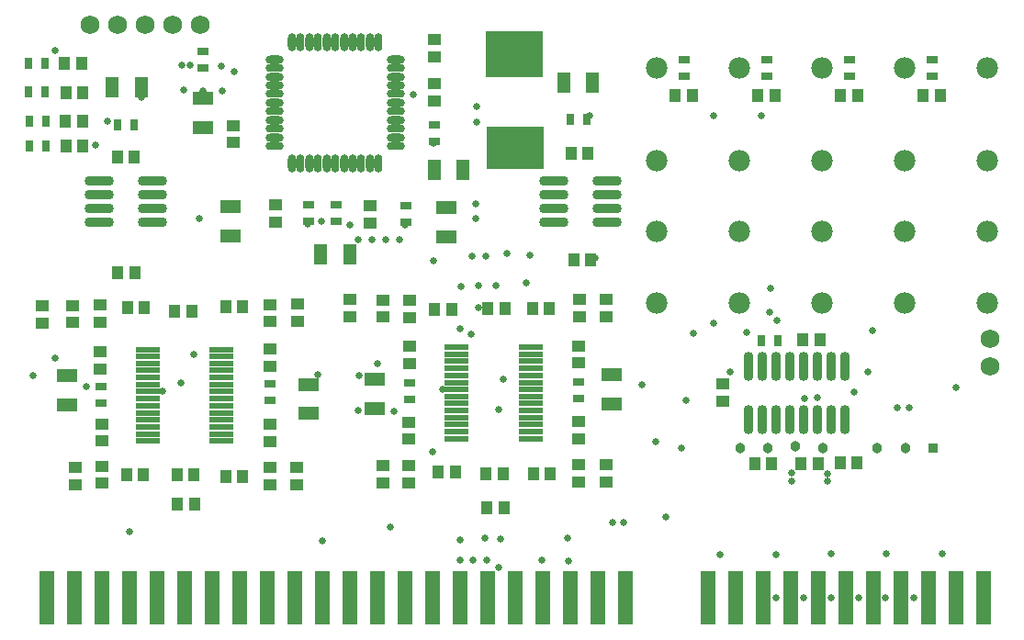
<source format=gts>
%FSTAX23Y23*%
%MOIN*%
%SFA1B1*%

%IPPOS*%
%ADD39R,0.058000X0.193000*%
%ADD40R,0.039000X0.045000*%
%ADD41R,0.051000X0.075000*%
%ADD42O,0.106000X0.036000*%
%ADD43R,0.028000X0.043000*%
%ADD44R,0.045000X0.039000*%
%ADD45R,0.089000X0.024000*%
%ADD46R,0.043000X0.028000*%
%ADD47R,0.075000X0.051000*%
%ADD48O,0.065000X0.030000*%
%ADD49O,0.030000X0.065000*%
%ADD50O,0.036000X0.106000*%
%ADD51R,0.208000X0.168000*%
%ADD52R,0.208000X0.158000*%
%ADD53C,0.038000*%
%ADD54R,0.038000X0.038000*%
%ADD55C,0.068000*%
%ADD56C,0.026000*%
%ADD57C,0.078000*%
%LNseniordesign-1*%
%LPD*%
G54D39*
X02093Y02957D03*
X02193D03*
X02293D03*
X02393D03*
X02493D03*
X02593D03*
X02693D03*
X02793D03*
X02893D03*
X02993D03*
X03093D03*
X03193D03*
X03293D03*
X03393D03*
X03493D03*
X03593D03*
X03693D03*
X03793D03*
X03893D03*
X03993D03*
X04093D03*
X04193D03*
X04493D03*
X04593D03*
X04693D03*
X04793D03*
X04893D03*
X04993D03*
X05093D03*
X05193D03*
X05293D03*
X05393D03*
X05493D03*
G54D40*
X0235Y0456D03*
X02412D03*
X02414Y04138D03*
X02352D03*
X04059Y04571D03*
X03997D03*
X04069Y04186D03*
X04007D03*
X0375Y03407D03*
X03688D03*
X02629Y03404D03*
X02567D03*
X03516Y03414D03*
X03578D03*
X0386Y03409D03*
X03922D03*
X02383Y03404D03*
X02445D03*
X02743Y03399D03*
X02805D03*
X03691Y03286D03*
X03753D03*
X02568Y03297D03*
X0263D03*
X03502Y04006D03*
X03564D03*
X03857Y0401D03*
X03919D03*
X02387Y04012D03*
X02449D03*
X02744Y04014D03*
X02806D03*
X03757Y0401D03*
X03695D03*
X02621Y03999D03*
X02559D03*
X02158Y04898D03*
X0222D03*
X02163Y04793D03*
X02225D03*
X04838Y03894D03*
X049D03*
X04664Y03446D03*
X04726D03*
X04832D03*
X04894D03*
X05035Y03447D03*
X04973D03*
X02161Y04688D03*
X02223D03*
X02225Y046D03*
X02163D03*
X05338Y04781D03*
X05276D03*
X04738D03*
X04676D03*
X05038D03*
X04976D03*
X04376D03*
X04438D03*
G54D41*
X02437Y04812D03*
X02331D03*
X04076Y04828D03*
X0397D03*
X035Y04512D03*
X03606D03*
X03089Y04205D03*
X03195D03*
G54D42*
X02285Y04472D03*
Y04422D03*
Y04372D03*
Y04322D03*
X02478Y04472D03*
Y04422D03*
Y04372D03*
Y04322D03*
X04127Y04323D03*
Y04373D03*
Y04423D03*
Y04473D03*
X03934Y04323D03*
Y04373D03*
Y04423D03*
Y04473D03*
G54D43*
X0235Y04676D03*
X0241D03*
X03996Y04694D03*
X04056D03*
X02027Y04898D03*
X02087D03*
X02027Y04795D03*
X02087D03*
X04688Y03893D03*
X04748D03*
X0203Y04688D03*
X0209D03*
X02032Y046D03*
X02092D03*
G54D44*
X03193Y03979D03*
Y04041D03*
X02077Y03955D03*
Y04017D03*
X03407Y03438D03*
Y03376D03*
X04026Y0338D03*
Y03442D03*
X02295Y03436D03*
Y03374D03*
X02904Y03369D03*
Y03431D03*
X03408Y03534D03*
Y03596D03*
X04024Y03598D03*
Y03536D03*
X02294Y03527D03*
Y03589D03*
X02904Y03588D03*
Y03526D03*
X03313Y03438D03*
Y03376D03*
X04124Y03379D03*
Y03441D03*
X02198Y03431D03*
Y03369D03*
X03D03*
Y03431D03*
X04125Y04041D03*
Y03979D03*
X03005Y04024D03*
Y03962D03*
X03313Y03977D03*
Y04039D03*
X02189Y03957D03*
Y04019D03*
X03411Y0381D03*
Y03872D03*
X02288Y0379D03*
Y03852D03*
X04024Y03811D03*
Y03873D03*
X02905Y03799D03*
Y03861D03*
X0341Y03975D03*
Y04037D03*
X04029Y04041D03*
Y03979D03*
X02288Y03959D03*
Y04021D03*
X02905Y04023D03*
Y03961D03*
X02923Y04322D03*
Y04384D03*
X03502Y04985D03*
Y04923D03*
X035Y04763D03*
Y04825D03*
X03269Y0432D03*
Y04382D03*
X0277Y04673D03*
Y04611D03*
X04547Y03673D03*
Y03735D03*
G54D45*
X0385Y03536D03*
Y03561D03*
Y03587D03*
Y03612D03*
Y03638D03*
Y03664D03*
Y03689D03*
Y03715D03*
Y0374D03*
Y03766D03*
Y03792D03*
Y03817D03*
Y03843D03*
Y03868D03*
X03582Y03536D03*
Y03561D03*
Y03587D03*
Y03612D03*
Y03638D03*
Y03664D03*
Y03689D03*
Y03715D03*
Y0374D03*
Y03766D03*
Y03792D03*
Y03817D03*
Y03843D03*
Y03868D03*
X02727Y03528D03*
Y03553D03*
Y03579D03*
Y03604D03*
Y0363D03*
Y03656D03*
Y03681D03*
Y03707D03*
Y03732D03*
Y03758D03*
Y03784D03*
Y03809D03*
Y03835D03*
Y0386D03*
X0246Y03528D03*
Y03553D03*
Y03579D03*
Y03604D03*
Y0363D03*
Y03656D03*
Y03681D03*
Y03707D03*
Y03732D03*
Y03758D03*
Y03784D03*
Y03809D03*
Y03835D03*
Y0386D03*
G54D46*
X03412Y03737D03*
Y03677D03*
X0229Y03725D03*
Y03665D03*
X04023Y03742D03*
Y03682D03*
X02905Y03674D03*
Y03734D03*
X03045Y04325D03*
Y04385D03*
X03398Y04323D03*
Y04383D03*
X035Y04675D03*
Y04615D03*
X02662Y04942D03*
Y04882D03*
X03144Y04385D03*
Y04325D03*
X05307Y04911D03*
Y04851D03*
X04707Y04911D03*
Y04851D03*
X05007Y04911D03*
Y04851D03*
X04407Y04911D03*
Y04851D03*
G54D47*
X03285Y03646D03*
Y03752D03*
X02167Y03658D03*
Y03764D03*
X04146Y03663D03*
Y03769D03*
X03043Y03733D03*
Y03627D03*
X02761Y04378D03*
Y04272D03*
X03546Y04376D03*
Y0427D03*
X0266Y04771D03*
Y04665D03*
G54D48*
X02922Y04913D03*
Y04882D03*
Y0485D03*
Y04819D03*
Y04787D03*
Y04756D03*
Y04725D03*
Y04693D03*
Y04662D03*
Y0463D03*
Y04599D03*
X03362D03*
Y0463D03*
Y04662D03*
Y04693D03*
Y04725D03*
Y04756D03*
Y04787D03*
Y04819D03*
Y0485D03*
Y04882D03*
Y04913D03*
G54D49*
X02985Y04536D03*
X03016D03*
X03048D03*
X03079D03*
X03111D03*
X03142D03*
X03173D03*
X03205D03*
X03236D03*
X03268D03*
X03299D03*
Y04976D03*
X03268D03*
X03236D03*
X03205D03*
X03173D03*
X03142D03*
X03111D03*
X03079D03*
X03048D03*
X03016D03*
X02985D03*
G54D50*
X04992Y03798D03*
X04942D03*
X04892D03*
X04842D03*
X04792D03*
X04742D03*
X04692D03*
X04642D03*
X04992Y03606D03*
X04942D03*
X04892D03*
X04842D03*
X04792D03*
X04742D03*
X04692D03*
X04642D03*
G54D51*
X03792Y04933D03*
G54D52*
X03793Y04591D03*
G54D53*
X0521Y03503D03*
X0481Y03507D03*
X0461Y03503D03*
X0491D03*
X05109D03*
X0471D03*
G54D54*
X0531Y03503D03*
G54D55*
X05518Y03798D03*
Y03898D03*
X0265Y0504D03*
X0235D03*
X0245D03*
X0225D03*
X0255D03*
G54D56*
X03834Y04103D03*
X03764Y04208D03*
X04085Y04192D03*
X03848Y04202D03*
X03223Y04259D03*
X03273D03*
X03325Y0426D03*
X03374Y04259D03*
X04303Y03524D03*
X0334Y03216D03*
X04513Y0471D03*
X04688Y04709D03*
X02316Y04689D03*
X0227Y04602D03*
X03355Y03634D03*
X03226Y03638D03*
X0353Y03716D03*
X02516Y03707D03*
X02046Y03766D03*
X02126Y04945D03*
X05025Y03704D03*
X05091Y03929D03*
X05073Y03777D03*
X05396Y03722D03*
X04441Y03918D03*
X04636Y03921D03*
X04513Y03956D03*
X04575Y03779D03*
X02581Y03738D03*
X03227Y03766D03*
X0375Y03751D03*
X03095Y03164D03*
X02393Y032D03*
X03077Y03767D03*
X04256Y03731D03*
X03296Y03809D03*
X02238Y03725D03*
X02123Y03828D03*
X03636Y03914D03*
X0266Y04798D03*
X02629Y03843D03*
X02437Y04776D03*
X04066Y0471D03*
X03042Y04314D03*
X03395Y04311D03*
X03498Y04607D03*
X0309Y04324D03*
X03426Y04785D03*
X02649Y04335D03*
X03595Y03096D03*
X03593Y03168D03*
X04399Y03502D03*
X03595Y03934D03*
X03599Y0409D03*
X03497Y04181D03*
X03891Y03094D03*
X03989Y03091D03*
X03686Y03174D03*
X03742Y03173D03*
X03736Y03643D03*
X0366Y04011D03*
Y04091D03*
X03724D03*
X03639Y04199D03*
X03688D03*
X04745Y03966D03*
X04718Y03994D03*
X0472Y04082D03*
X03642Y03096D03*
X03691D03*
X04148Y03233D03*
X04188D03*
X04798Y03413D03*
X04799Y03383D03*
X04843Y03682D03*
X04892Y03684D03*
X04927Y03409D03*
X04928Y03381D03*
X0518Y0365D03*
X05225D03*
X03655Y04742D03*
X03654Y04685D03*
X03652Y0439D03*
Y04334D03*
X02583Y04891D03*
X02729Y04888D03*
X02591Y04803D03*
X02732Y04797D03*
X04742Y02957D03*
X04842Y02958D03*
X04942D03*
X05042Y02957D03*
X05139D03*
X05242Y02958D03*
X04341Y03251D03*
X03986Y03176D03*
X03736Y03067D03*
X04414Y03674D03*
X04538Y03116D03*
X0474Y03115D03*
X0494Y03118D03*
X05141D03*
X05344Y03117D03*
X02776Y0487D03*
X02615Y04891D03*
X03193Y04312D03*
X03493Y03489D03*
G54D57*
X05507Y04881D03*
X05207D03*
X04907D03*
X04607D03*
X04307D03*
Y04544D03*
X04607D03*
X04907D03*
X05207D03*
X05507D03*
Y04289D03*
X05207D03*
X04907D03*
X04607D03*
X04307D03*
Y04028D03*
X04607D03*
X04907D03*
X05207D03*
X05507D03*
M02*
</source>
